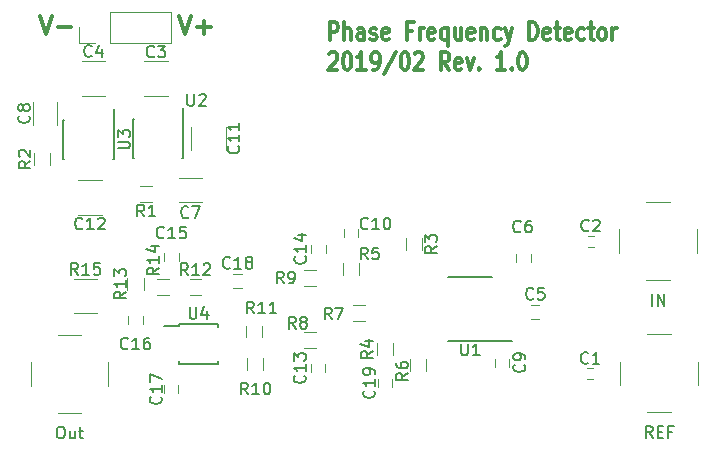
<source format=gbr>
G04 #@! TF.FileFunction,Legend,Top*
%FSLAX46Y46*%
G04 Gerber Fmt 4.6, Leading zero omitted, Abs format (unit mm)*
G04 Created by KiCad (PCBNEW 4.0.6) date 02/20/19 11:59:32*
%MOMM*%
%LPD*%
G01*
G04 APERTURE LIST*
%ADD10C,0.100000*%
%ADD11C,0.300000*%
%ADD12C,0.120000*%
%ADD13C,0.150000*%
G04 APERTURE END LIST*
D10*
D11*
X118297619Y-54267571D02*
X118297619Y-52767571D01*
X118773810Y-52767571D01*
X118892857Y-52839000D01*
X118952381Y-52910429D01*
X119011905Y-53053286D01*
X119011905Y-53267571D01*
X118952381Y-53410429D01*
X118892857Y-53481857D01*
X118773810Y-53553286D01*
X118297619Y-53553286D01*
X119547619Y-54267571D02*
X119547619Y-52767571D01*
X120083333Y-54267571D02*
X120083333Y-53481857D01*
X120023810Y-53339000D01*
X119904762Y-53267571D01*
X119726190Y-53267571D01*
X119607143Y-53339000D01*
X119547619Y-53410429D01*
X121214285Y-54267571D02*
X121214285Y-53481857D01*
X121154762Y-53339000D01*
X121035714Y-53267571D01*
X120797619Y-53267571D01*
X120678571Y-53339000D01*
X121214285Y-54196143D02*
X121095238Y-54267571D01*
X120797619Y-54267571D01*
X120678571Y-54196143D01*
X120619047Y-54053286D01*
X120619047Y-53910429D01*
X120678571Y-53767571D01*
X120797619Y-53696143D01*
X121095238Y-53696143D01*
X121214285Y-53624714D01*
X121749999Y-54196143D02*
X121869047Y-54267571D01*
X122107142Y-54267571D01*
X122226190Y-54196143D01*
X122285714Y-54053286D01*
X122285714Y-53981857D01*
X122226190Y-53839000D01*
X122107142Y-53767571D01*
X121928571Y-53767571D01*
X121809523Y-53696143D01*
X121749999Y-53553286D01*
X121749999Y-53481857D01*
X121809523Y-53339000D01*
X121928571Y-53267571D01*
X122107142Y-53267571D01*
X122226190Y-53339000D01*
X123297619Y-54196143D02*
X123178571Y-54267571D01*
X122940476Y-54267571D01*
X122821428Y-54196143D01*
X122761904Y-54053286D01*
X122761904Y-53481857D01*
X122821428Y-53339000D01*
X122940476Y-53267571D01*
X123178571Y-53267571D01*
X123297619Y-53339000D01*
X123357142Y-53481857D01*
X123357142Y-53624714D01*
X122761904Y-53767571D01*
X125261905Y-53481857D02*
X124845238Y-53481857D01*
X124845238Y-54267571D02*
X124845238Y-52767571D01*
X125440476Y-52767571D01*
X125916667Y-54267571D02*
X125916667Y-53267571D01*
X125916667Y-53553286D02*
X125976191Y-53410429D01*
X126035715Y-53339000D01*
X126154762Y-53267571D01*
X126273810Y-53267571D01*
X127166668Y-54196143D02*
X127047620Y-54267571D01*
X126809525Y-54267571D01*
X126690477Y-54196143D01*
X126630953Y-54053286D01*
X126630953Y-53481857D01*
X126690477Y-53339000D01*
X126809525Y-53267571D01*
X127047620Y-53267571D01*
X127166668Y-53339000D01*
X127226191Y-53481857D01*
X127226191Y-53624714D01*
X126630953Y-53767571D01*
X128297620Y-53267571D02*
X128297620Y-54767571D01*
X128297620Y-54196143D02*
X128178573Y-54267571D01*
X127940477Y-54267571D01*
X127821430Y-54196143D01*
X127761906Y-54124714D01*
X127702382Y-53981857D01*
X127702382Y-53553286D01*
X127761906Y-53410429D01*
X127821430Y-53339000D01*
X127940477Y-53267571D01*
X128178573Y-53267571D01*
X128297620Y-53339000D01*
X129428572Y-53267571D02*
X129428572Y-54267571D01*
X128892858Y-53267571D02*
X128892858Y-54053286D01*
X128952382Y-54196143D01*
X129071429Y-54267571D01*
X129250001Y-54267571D01*
X129369049Y-54196143D01*
X129428572Y-54124714D01*
X130500001Y-54196143D02*
X130380953Y-54267571D01*
X130142858Y-54267571D01*
X130023810Y-54196143D01*
X129964286Y-54053286D01*
X129964286Y-53481857D01*
X130023810Y-53339000D01*
X130142858Y-53267571D01*
X130380953Y-53267571D01*
X130500001Y-53339000D01*
X130559524Y-53481857D01*
X130559524Y-53624714D01*
X129964286Y-53767571D01*
X131095239Y-53267571D02*
X131095239Y-54267571D01*
X131095239Y-53410429D02*
X131154763Y-53339000D01*
X131273810Y-53267571D01*
X131452382Y-53267571D01*
X131571430Y-53339000D01*
X131630953Y-53481857D01*
X131630953Y-54267571D01*
X132761905Y-54196143D02*
X132642858Y-54267571D01*
X132404762Y-54267571D01*
X132285715Y-54196143D01*
X132226191Y-54124714D01*
X132166667Y-53981857D01*
X132166667Y-53553286D01*
X132226191Y-53410429D01*
X132285715Y-53339000D01*
X132404762Y-53267571D01*
X132642858Y-53267571D01*
X132761905Y-53339000D01*
X133178572Y-53267571D02*
X133476191Y-54267571D01*
X133773811Y-53267571D02*
X133476191Y-54267571D01*
X133357144Y-54624714D01*
X133297620Y-54696143D01*
X133178572Y-54767571D01*
X135202382Y-54267571D02*
X135202382Y-52767571D01*
X135500001Y-52767571D01*
X135678573Y-52839000D01*
X135797620Y-52981857D01*
X135857144Y-53124714D01*
X135916668Y-53410429D01*
X135916668Y-53624714D01*
X135857144Y-53910429D01*
X135797620Y-54053286D01*
X135678573Y-54196143D01*
X135500001Y-54267571D01*
X135202382Y-54267571D01*
X136928573Y-54196143D02*
X136809525Y-54267571D01*
X136571430Y-54267571D01*
X136452382Y-54196143D01*
X136392858Y-54053286D01*
X136392858Y-53481857D01*
X136452382Y-53339000D01*
X136571430Y-53267571D01*
X136809525Y-53267571D01*
X136928573Y-53339000D01*
X136988096Y-53481857D01*
X136988096Y-53624714D01*
X136392858Y-53767571D01*
X137345240Y-53267571D02*
X137821430Y-53267571D01*
X137523811Y-52767571D02*
X137523811Y-54053286D01*
X137583335Y-54196143D01*
X137702382Y-54267571D01*
X137821430Y-54267571D01*
X138714288Y-54196143D02*
X138595240Y-54267571D01*
X138357145Y-54267571D01*
X138238097Y-54196143D01*
X138178573Y-54053286D01*
X138178573Y-53481857D01*
X138238097Y-53339000D01*
X138357145Y-53267571D01*
X138595240Y-53267571D01*
X138714288Y-53339000D01*
X138773811Y-53481857D01*
X138773811Y-53624714D01*
X138178573Y-53767571D01*
X139845240Y-54196143D02*
X139726193Y-54267571D01*
X139488097Y-54267571D01*
X139369050Y-54196143D01*
X139309526Y-54124714D01*
X139250002Y-53981857D01*
X139250002Y-53553286D01*
X139309526Y-53410429D01*
X139369050Y-53339000D01*
X139488097Y-53267571D01*
X139726193Y-53267571D01*
X139845240Y-53339000D01*
X140202384Y-53267571D02*
X140678574Y-53267571D01*
X140380955Y-52767571D02*
X140380955Y-54053286D01*
X140440479Y-54196143D01*
X140559526Y-54267571D01*
X140678574Y-54267571D01*
X141273812Y-54267571D02*
X141154765Y-54196143D01*
X141095241Y-54124714D01*
X141035717Y-53981857D01*
X141035717Y-53553286D01*
X141095241Y-53410429D01*
X141154765Y-53339000D01*
X141273812Y-53267571D01*
X141452384Y-53267571D01*
X141571432Y-53339000D01*
X141630955Y-53410429D01*
X141690479Y-53553286D01*
X141690479Y-53981857D01*
X141630955Y-54124714D01*
X141571432Y-54196143D01*
X141452384Y-54267571D01*
X141273812Y-54267571D01*
X142226193Y-54267571D02*
X142226193Y-53267571D01*
X142226193Y-53553286D02*
X142285717Y-53410429D01*
X142345241Y-53339000D01*
X142464288Y-53267571D01*
X142583336Y-53267571D01*
X118238095Y-55460429D02*
X118297619Y-55389000D01*
X118416667Y-55317571D01*
X118714286Y-55317571D01*
X118833333Y-55389000D01*
X118892857Y-55460429D01*
X118952381Y-55603286D01*
X118952381Y-55746143D01*
X118892857Y-55960429D01*
X118178571Y-56817571D01*
X118952381Y-56817571D01*
X119726190Y-55317571D02*
X119845238Y-55317571D01*
X119964286Y-55389000D01*
X120023809Y-55460429D01*
X120083333Y-55603286D01*
X120142857Y-55889000D01*
X120142857Y-56246143D01*
X120083333Y-56531857D01*
X120023809Y-56674714D01*
X119964286Y-56746143D01*
X119845238Y-56817571D01*
X119726190Y-56817571D01*
X119607143Y-56746143D01*
X119547619Y-56674714D01*
X119488095Y-56531857D01*
X119428571Y-56246143D01*
X119428571Y-55889000D01*
X119488095Y-55603286D01*
X119547619Y-55460429D01*
X119607143Y-55389000D01*
X119726190Y-55317571D01*
X121333333Y-56817571D02*
X120619047Y-56817571D01*
X120976190Y-56817571D02*
X120976190Y-55317571D01*
X120857142Y-55531857D01*
X120738095Y-55674714D01*
X120619047Y-55746143D01*
X121928571Y-56817571D02*
X122166666Y-56817571D01*
X122285714Y-56746143D01*
X122345238Y-56674714D01*
X122464285Y-56460429D01*
X122523809Y-56174714D01*
X122523809Y-55603286D01*
X122464285Y-55460429D01*
X122404761Y-55389000D01*
X122285714Y-55317571D01*
X122047618Y-55317571D01*
X121928571Y-55389000D01*
X121869047Y-55460429D01*
X121809523Y-55603286D01*
X121809523Y-55960429D01*
X121869047Y-56103286D01*
X121928571Y-56174714D01*
X122047618Y-56246143D01*
X122285714Y-56246143D01*
X122404761Y-56174714D01*
X122464285Y-56103286D01*
X122523809Y-55960429D01*
X123952380Y-55246143D02*
X122880952Y-57174714D01*
X124607142Y-55317571D02*
X124726190Y-55317571D01*
X124845238Y-55389000D01*
X124904761Y-55460429D01*
X124964285Y-55603286D01*
X125023809Y-55889000D01*
X125023809Y-56246143D01*
X124964285Y-56531857D01*
X124904761Y-56674714D01*
X124845238Y-56746143D01*
X124726190Y-56817571D01*
X124607142Y-56817571D01*
X124488095Y-56746143D01*
X124428571Y-56674714D01*
X124369047Y-56531857D01*
X124309523Y-56246143D01*
X124309523Y-55889000D01*
X124369047Y-55603286D01*
X124428571Y-55460429D01*
X124488095Y-55389000D01*
X124607142Y-55317571D01*
X125499999Y-55460429D02*
X125559523Y-55389000D01*
X125678571Y-55317571D01*
X125976190Y-55317571D01*
X126095237Y-55389000D01*
X126154761Y-55460429D01*
X126214285Y-55603286D01*
X126214285Y-55746143D01*
X126154761Y-55960429D01*
X125440475Y-56817571D01*
X126214285Y-56817571D01*
X128416666Y-56817571D02*
X127999999Y-56103286D01*
X127702380Y-56817571D02*
X127702380Y-55317571D01*
X128178571Y-55317571D01*
X128297618Y-55389000D01*
X128357142Y-55460429D01*
X128416666Y-55603286D01*
X128416666Y-55817571D01*
X128357142Y-55960429D01*
X128297618Y-56031857D01*
X128178571Y-56103286D01*
X127702380Y-56103286D01*
X129428571Y-56746143D02*
X129309523Y-56817571D01*
X129071428Y-56817571D01*
X128952380Y-56746143D01*
X128892856Y-56603286D01*
X128892856Y-56031857D01*
X128952380Y-55889000D01*
X129071428Y-55817571D01*
X129309523Y-55817571D01*
X129428571Y-55889000D01*
X129488094Y-56031857D01*
X129488094Y-56174714D01*
X128892856Y-56317571D01*
X129904761Y-55817571D02*
X130202380Y-56817571D01*
X130500000Y-55817571D01*
X130976190Y-56674714D02*
X131035714Y-56746143D01*
X130976190Y-56817571D01*
X130916666Y-56746143D01*
X130976190Y-56674714D01*
X130976190Y-56817571D01*
X133178571Y-56817571D02*
X132464285Y-56817571D01*
X132821428Y-56817571D02*
X132821428Y-55317571D01*
X132702380Y-55531857D01*
X132583333Y-55674714D01*
X132464285Y-55746143D01*
X133714285Y-56674714D02*
X133773809Y-56746143D01*
X133714285Y-56817571D01*
X133654761Y-56746143D01*
X133714285Y-56674714D01*
X133714285Y-56817571D01*
X134547618Y-55317571D02*
X134666666Y-55317571D01*
X134785714Y-55389000D01*
X134845237Y-55460429D01*
X134904761Y-55603286D01*
X134964285Y-55889000D01*
X134964285Y-56246143D01*
X134904761Y-56531857D01*
X134845237Y-56674714D01*
X134785714Y-56746143D01*
X134666666Y-56817571D01*
X134547618Y-56817571D01*
X134428571Y-56746143D01*
X134369047Y-56674714D01*
X134309523Y-56531857D01*
X134249999Y-56246143D01*
X134249999Y-55889000D01*
X134309523Y-55603286D01*
X134369047Y-55460429D01*
X134428571Y-55389000D01*
X134547618Y-55317571D01*
X93771429Y-52278571D02*
X94271429Y-53778571D01*
X94771429Y-52278571D01*
X95271429Y-53207143D02*
X96414286Y-53207143D01*
X105571429Y-52278571D02*
X106071429Y-53778571D01*
X106571429Y-52278571D01*
X107071429Y-53207143D02*
X108214286Y-53207143D01*
X107642857Y-53778571D02*
X107642857Y-52635714D01*
D12*
X140600000Y-82030000D02*
X140100000Y-82030000D01*
X140100000Y-82970000D02*
X140600000Y-82970000D01*
X140650000Y-70830000D02*
X140150000Y-70830000D01*
X140150000Y-71770000D02*
X140650000Y-71770000D01*
X102600000Y-58980000D02*
X104600000Y-58980000D01*
X104600000Y-56020000D02*
X102600000Y-56020000D01*
X99300000Y-56020000D02*
X97300000Y-56020000D01*
X97300000Y-58980000D02*
X99300000Y-58980000D01*
X136050000Y-77900000D02*
X135350000Y-77900000D01*
X135350000Y-76700000D02*
X136050000Y-76700000D01*
X135300000Y-72350000D02*
X135300000Y-73050000D01*
X134100000Y-73050000D02*
X134100000Y-72350000D01*
X107500000Y-65980000D02*
X105500000Y-65980000D01*
X105500000Y-68020000D02*
X107500000Y-68020000D01*
X93180000Y-59500000D02*
X93180000Y-61500000D01*
X95220000Y-61500000D02*
X95220000Y-59500000D01*
X132300000Y-81950000D02*
X132300000Y-81250000D01*
X133500000Y-81250000D02*
X133500000Y-81950000D01*
X120700000Y-70250000D02*
X120700000Y-70950000D01*
X119500000Y-70950000D02*
X119500000Y-70250000D01*
X106520000Y-61600000D02*
X106520000Y-63600000D01*
X109480000Y-63600000D02*
X109480000Y-61600000D01*
X97000000Y-69080000D02*
X99000000Y-69080000D01*
X99000000Y-66120000D02*
X97000000Y-66120000D01*
X117900000Y-81700000D02*
X117900000Y-82400000D01*
X116700000Y-82400000D02*
X116700000Y-81700000D01*
X117950000Y-71600000D02*
X117950000Y-72300000D01*
X116750000Y-72300000D02*
X116750000Y-71600000D01*
X105502000Y-72294000D02*
X105502000Y-72994000D01*
X104302000Y-72994000D02*
X104302000Y-72294000D01*
X101254000Y-78328000D02*
X101254000Y-77628000D01*
X102454000Y-77628000D02*
X102454000Y-78328000D01*
X104294000Y-84182000D02*
X104294000Y-83482000D01*
X105494000Y-83482000D02*
X105494000Y-84182000D01*
X110840000Y-75276000D02*
X110140000Y-75276000D01*
X110140000Y-74076000D02*
X110840000Y-74076000D01*
X145200000Y-79200000D02*
X147200000Y-79200000D01*
X145200000Y-85800000D02*
X147200000Y-85800000D01*
X149500000Y-81500000D02*
X149500000Y-83500000D01*
X142900000Y-81500000D02*
X142900000Y-83500000D01*
X145100000Y-68000000D02*
X147100000Y-68000000D01*
X145100000Y-74600000D02*
X147100000Y-74600000D01*
X149400000Y-70300000D02*
X149400000Y-72300000D01*
X142800000Y-70300000D02*
X142800000Y-72300000D01*
X95266000Y-79250000D02*
X97266000Y-79250000D01*
X95266000Y-85850000D02*
X97266000Y-85850000D01*
X99566000Y-81550000D02*
X99566000Y-83550000D01*
X92966000Y-81550000D02*
X92966000Y-83550000D01*
X104830000Y-54530000D02*
X104830000Y-51870000D01*
X99690000Y-54530000D02*
X104830000Y-54530000D01*
X99690000Y-51870000D02*
X104830000Y-51870000D01*
X99690000Y-54530000D02*
X99690000Y-51870000D01*
X98420000Y-54530000D02*
X97090000Y-54530000D01*
X97090000Y-54530000D02*
X97090000Y-53200000D01*
X102250000Y-66620000D02*
X103250000Y-66620000D01*
X103250000Y-67980000D02*
X102250000Y-67980000D01*
X93220000Y-64850000D02*
X93220000Y-63850000D01*
X94580000Y-63850000D02*
X94580000Y-64850000D01*
X124770000Y-72050000D02*
X124770000Y-71050000D01*
X126130000Y-71050000D02*
X126130000Y-72050000D01*
X123630000Y-79950000D02*
X123630000Y-80950000D01*
X122270000Y-80950000D02*
X122270000Y-79950000D01*
X119420000Y-74150000D02*
X119420000Y-73150000D01*
X120780000Y-73150000D02*
X120780000Y-74150000D01*
X126480000Y-81300000D02*
X126480000Y-82300000D01*
X125120000Y-82300000D02*
X125120000Y-81300000D01*
X121300000Y-78030000D02*
X120300000Y-78030000D01*
X120300000Y-76670000D02*
X121300000Y-76670000D01*
X117100000Y-80380000D02*
X116100000Y-80380000D01*
X116100000Y-79020000D02*
X117100000Y-79020000D01*
X117150000Y-75080000D02*
X116150000Y-75080000D01*
X116150000Y-73720000D02*
X117150000Y-73720000D01*
X111270000Y-82200000D02*
X111270000Y-81200000D01*
X112630000Y-81200000D02*
X112630000Y-82200000D01*
X111220000Y-79450000D02*
X111220000Y-78450000D01*
X112580000Y-78450000D02*
X112580000Y-79450000D01*
X107434000Y-75864000D02*
X106434000Y-75864000D01*
X106434000Y-74504000D02*
X107434000Y-74504000D01*
X101174000Y-75442000D02*
X101174000Y-74442000D01*
X102534000Y-74442000D02*
X102534000Y-75442000D01*
X104652000Y-75864000D02*
X103652000Y-75864000D01*
X103652000Y-74504000D02*
X104652000Y-74504000D01*
D13*
X132054300Y-74342500D02*
X128345700Y-74342500D01*
X133725000Y-79742500D02*
X128341400Y-79742500D01*
X105900000Y-64230000D02*
X105835000Y-64230000D01*
X101650000Y-64230000D02*
X101715000Y-64230000D01*
X101650000Y-60980000D02*
X101715000Y-60980000D01*
X105900000Y-60980000D02*
X105900000Y-64230000D01*
X101650000Y-60980000D02*
X101650000Y-64230000D01*
X105900000Y-60980000D02*
X105900000Y-60055000D01*
X100000000Y-64320000D02*
X99935000Y-64320000D01*
X95750000Y-64320000D02*
X95815000Y-64320000D01*
X95750000Y-61070000D02*
X95815000Y-61070000D01*
X100000000Y-61070000D02*
X100000000Y-64320000D01*
X95750000Y-61070000D02*
X95750000Y-64320000D01*
X100000000Y-61070000D02*
X100000000Y-60145000D01*
D12*
X122350000Y-83650000D02*
X122350000Y-82950000D01*
X123550000Y-82950000D02*
X123550000Y-83650000D01*
X98610000Y-77426000D02*
X96610000Y-77426000D01*
X96610000Y-74466000D02*
X98610000Y-74466000D01*
D13*
X105525000Y-78350000D02*
X105525000Y-78525000D01*
X108875000Y-78350000D02*
X108875000Y-78600000D01*
X108875000Y-81700000D02*
X108875000Y-81450000D01*
X105525000Y-81700000D02*
X105525000Y-81450000D01*
X105525000Y-78350000D02*
X108875000Y-78350000D01*
X105525000Y-81700000D02*
X108875000Y-81700000D01*
X105525000Y-78525000D02*
X104275000Y-78525000D01*
X140183334Y-81587143D02*
X140135715Y-81634762D01*
X139992858Y-81682381D01*
X139897620Y-81682381D01*
X139754762Y-81634762D01*
X139659524Y-81539524D01*
X139611905Y-81444286D01*
X139564286Y-81253810D01*
X139564286Y-81110952D01*
X139611905Y-80920476D01*
X139659524Y-80825238D01*
X139754762Y-80730000D01*
X139897620Y-80682381D01*
X139992858Y-80682381D01*
X140135715Y-80730000D01*
X140183334Y-80777619D01*
X141135715Y-81682381D02*
X140564286Y-81682381D01*
X140850000Y-81682381D02*
X140850000Y-80682381D01*
X140754762Y-80825238D01*
X140659524Y-80920476D01*
X140564286Y-80968095D01*
X140233334Y-70387143D02*
X140185715Y-70434762D01*
X140042858Y-70482381D01*
X139947620Y-70482381D01*
X139804762Y-70434762D01*
X139709524Y-70339524D01*
X139661905Y-70244286D01*
X139614286Y-70053810D01*
X139614286Y-69910952D01*
X139661905Y-69720476D01*
X139709524Y-69625238D01*
X139804762Y-69530000D01*
X139947620Y-69482381D01*
X140042858Y-69482381D01*
X140185715Y-69530000D01*
X140233334Y-69577619D01*
X140614286Y-69577619D02*
X140661905Y-69530000D01*
X140757143Y-69482381D01*
X140995239Y-69482381D01*
X141090477Y-69530000D01*
X141138096Y-69577619D01*
X141185715Y-69672857D01*
X141185715Y-69768095D01*
X141138096Y-69910952D01*
X140566667Y-70482381D01*
X141185715Y-70482381D01*
X103433334Y-55657143D02*
X103385715Y-55704762D01*
X103242858Y-55752381D01*
X103147620Y-55752381D01*
X103004762Y-55704762D01*
X102909524Y-55609524D01*
X102861905Y-55514286D01*
X102814286Y-55323810D01*
X102814286Y-55180952D01*
X102861905Y-54990476D01*
X102909524Y-54895238D01*
X103004762Y-54800000D01*
X103147620Y-54752381D01*
X103242858Y-54752381D01*
X103385715Y-54800000D01*
X103433334Y-54847619D01*
X103766667Y-54752381D02*
X104385715Y-54752381D01*
X104052381Y-55133333D01*
X104195239Y-55133333D01*
X104290477Y-55180952D01*
X104338096Y-55228571D01*
X104385715Y-55323810D01*
X104385715Y-55561905D01*
X104338096Y-55657143D01*
X104290477Y-55704762D01*
X104195239Y-55752381D01*
X103909524Y-55752381D01*
X103814286Y-55704762D01*
X103766667Y-55657143D01*
X98133334Y-55607143D02*
X98085715Y-55654762D01*
X97942858Y-55702381D01*
X97847620Y-55702381D01*
X97704762Y-55654762D01*
X97609524Y-55559524D01*
X97561905Y-55464286D01*
X97514286Y-55273810D01*
X97514286Y-55130952D01*
X97561905Y-54940476D01*
X97609524Y-54845238D01*
X97704762Y-54750000D01*
X97847620Y-54702381D01*
X97942858Y-54702381D01*
X98085715Y-54750000D01*
X98133334Y-54797619D01*
X98990477Y-55035714D02*
X98990477Y-55702381D01*
X98752381Y-54654762D02*
X98514286Y-55369048D01*
X99133334Y-55369048D01*
X135533334Y-76157143D02*
X135485715Y-76204762D01*
X135342858Y-76252381D01*
X135247620Y-76252381D01*
X135104762Y-76204762D01*
X135009524Y-76109524D01*
X134961905Y-76014286D01*
X134914286Y-75823810D01*
X134914286Y-75680952D01*
X134961905Y-75490476D01*
X135009524Y-75395238D01*
X135104762Y-75300000D01*
X135247620Y-75252381D01*
X135342858Y-75252381D01*
X135485715Y-75300000D01*
X135533334Y-75347619D01*
X136438096Y-75252381D02*
X135961905Y-75252381D01*
X135914286Y-75728571D01*
X135961905Y-75680952D01*
X136057143Y-75633333D01*
X136295239Y-75633333D01*
X136390477Y-75680952D01*
X136438096Y-75728571D01*
X136485715Y-75823810D01*
X136485715Y-76061905D01*
X136438096Y-76157143D01*
X136390477Y-76204762D01*
X136295239Y-76252381D01*
X136057143Y-76252381D01*
X135961905Y-76204762D01*
X135914286Y-76157143D01*
X134453334Y-70461143D02*
X134405715Y-70508762D01*
X134262858Y-70556381D01*
X134167620Y-70556381D01*
X134024762Y-70508762D01*
X133929524Y-70413524D01*
X133881905Y-70318286D01*
X133834286Y-70127810D01*
X133834286Y-69984952D01*
X133881905Y-69794476D01*
X133929524Y-69699238D01*
X134024762Y-69604000D01*
X134167620Y-69556381D01*
X134262858Y-69556381D01*
X134405715Y-69604000D01*
X134453334Y-69651619D01*
X135310477Y-69556381D02*
X135120000Y-69556381D01*
X135024762Y-69604000D01*
X134977143Y-69651619D01*
X134881905Y-69794476D01*
X134834286Y-69984952D01*
X134834286Y-70365905D01*
X134881905Y-70461143D01*
X134929524Y-70508762D01*
X135024762Y-70556381D01*
X135215239Y-70556381D01*
X135310477Y-70508762D01*
X135358096Y-70461143D01*
X135405715Y-70365905D01*
X135405715Y-70127810D01*
X135358096Y-70032571D01*
X135310477Y-69984952D01*
X135215239Y-69937333D01*
X135024762Y-69937333D01*
X134929524Y-69984952D01*
X134881905Y-70032571D01*
X134834286Y-70127810D01*
X106333334Y-69257143D02*
X106285715Y-69304762D01*
X106142858Y-69352381D01*
X106047620Y-69352381D01*
X105904762Y-69304762D01*
X105809524Y-69209524D01*
X105761905Y-69114286D01*
X105714286Y-68923810D01*
X105714286Y-68780952D01*
X105761905Y-68590476D01*
X105809524Y-68495238D01*
X105904762Y-68400000D01*
X106047620Y-68352381D01*
X106142858Y-68352381D01*
X106285715Y-68400000D01*
X106333334Y-68447619D01*
X106666667Y-68352381D02*
X107333334Y-68352381D01*
X106904762Y-69352381D01*
X92807143Y-60666666D02*
X92854762Y-60714285D01*
X92902381Y-60857142D01*
X92902381Y-60952380D01*
X92854762Y-61095238D01*
X92759524Y-61190476D01*
X92664286Y-61238095D01*
X92473810Y-61285714D01*
X92330952Y-61285714D01*
X92140476Y-61238095D01*
X92045238Y-61190476D01*
X91950000Y-61095238D01*
X91902381Y-60952380D01*
X91902381Y-60857142D01*
X91950000Y-60714285D01*
X91997619Y-60666666D01*
X92330952Y-60095238D02*
X92283333Y-60190476D01*
X92235714Y-60238095D01*
X92140476Y-60285714D01*
X92092857Y-60285714D01*
X91997619Y-60238095D01*
X91950000Y-60190476D01*
X91902381Y-60095238D01*
X91902381Y-59904761D01*
X91950000Y-59809523D01*
X91997619Y-59761904D01*
X92092857Y-59714285D01*
X92140476Y-59714285D01*
X92235714Y-59761904D01*
X92283333Y-59809523D01*
X92330952Y-59904761D01*
X92330952Y-60095238D01*
X92378571Y-60190476D01*
X92426190Y-60238095D01*
X92521429Y-60285714D01*
X92711905Y-60285714D01*
X92807143Y-60238095D01*
X92854762Y-60190476D01*
X92902381Y-60095238D01*
X92902381Y-59904761D01*
X92854762Y-59809523D01*
X92807143Y-59761904D01*
X92711905Y-59714285D01*
X92521429Y-59714285D01*
X92426190Y-59761904D01*
X92378571Y-59809523D01*
X92330952Y-59904761D01*
X134757143Y-81766666D02*
X134804762Y-81814285D01*
X134852381Y-81957142D01*
X134852381Y-82052380D01*
X134804762Y-82195238D01*
X134709524Y-82290476D01*
X134614286Y-82338095D01*
X134423810Y-82385714D01*
X134280952Y-82385714D01*
X134090476Y-82338095D01*
X133995238Y-82290476D01*
X133900000Y-82195238D01*
X133852381Y-82052380D01*
X133852381Y-81957142D01*
X133900000Y-81814285D01*
X133947619Y-81766666D01*
X134852381Y-81290476D02*
X134852381Y-81100000D01*
X134804762Y-81004761D01*
X134757143Y-80957142D01*
X134614286Y-80861904D01*
X134423810Y-80814285D01*
X134042857Y-80814285D01*
X133947619Y-80861904D01*
X133900000Y-80909523D01*
X133852381Y-81004761D01*
X133852381Y-81195238D01*
X133900000Y-81290476D01*
X133947619Y-81338095D01*
X134042857Y-81385714D01*
X134280952Y-81385714D01*
X134376190Y-81338095D01*
X134423810Y-81290476D01*
X134471429Y-81195238D01*
X134471429Y-81004761D01*
X134423810Y-80909523D01*
X134376190Y-80861904D01*
X134280952Y-80814285D01*
X121531143Y-70207143D02*
X121483524Y-70254762D01*
X121340667Y-70302381D01*
X121245429Y-70302381D01*
X121102571Y-70254762D01*
X121007333Y-70159524D01*
X120959714Y-70064286D01*
X120912095Y-69873810D01*
X120912095Y-69730952D01*
X120959714Y-69540476D01*
X121007333Y-69445238D01*
X121102571Y-69350000D01*
X121245429Y-69302381D01*
X121340667Y-69302381D01*
X121483524Y-69350000D01*
X121531143Y-69397619D01*
X122483524Y-70302381D02*
X121912095Y-70302381D01*
X122197809Y-70302381D02*
X122197809Y-69302381D01*
X122102571Y-69445238D01*
X122007333Y-69540476D01*
X121912095Y-69588095D01*
X123102571Y-69302381D02*
X123197810Y-69302381D01*
X123293048Y-69350000D01*
X123340667Y-69397619D01*
X123388286Y-69492857D01*
X123435905Y-69683333D01*
X123435905Y-69921429D01*
X123388286Y-70111905D01*
X123340667Y-70207143D01*
X123293048Y-70254762D01*
X123197810Y-70302381D01*
X123102571Y-70302381D01*
X123007333Y-70254762D01*
X122959714Y-70207143D01*
X122912095Y-70111905D01*
X122864476Y-69921429D01*
X122864476Y-69683333D01*
X122912095Y-69492857D01*
X122959714Y-69397619D01*
X123007333Y-69350000D01*
X123102571Y-69302381D01*
X110557143Y-63242857D02*
X110604762Y-63290476D01*
X110652381Y-63433333D01*
X110652381Y-63528571D01*
X110604762Y-63671429D01*
X110509524Y-63766667D01*
X110414286Y-63814286D01*
X110223810Y-63861905D01*
X110080952Y-63861905D01*
X109890476Y-63814286D01*
X109795238Y-63766667D01*
X109700000Y-63671429D01*
X109652381Y-63528571D01*
X109652381Y-63433333D01*
X109700000Y-63290476D01*
X109747619Y-63242857D01*
X110652381Y-62290476D02*
X110652381Y-62861905D01*
X110652381Y-62576191D02*
X109652381Y-62576191D01*
X109795238Y-62671429D01*
X109890476Y-62766667D01*
X109938095Y-62861905D01*
X110652381Y-61338095D02*
X110652381Y-61909524D01*
X110652381Y-61623810D02*
X109652381Y-61623810D01*
X109795238Y-61719048D01*
X109890476Y-61814286D01*
X109938095Y-61909524D01*
X97357143Y-70207143D02*
X97309524Y-70254762D01*
X97166667Y-70302381D01*
X97071429Y-70302381D01*
X96928571Y-70254762D01*
X96833333Y-70159524D01*
X96785714Y-70064286D01*
X96738095Y-69873810D01*
X96738095Y-69730952D01*
X96785714Y-69540476D01*
X96833333Y-69445238D01*
X96928571Y-69350000D01*
X97071429Y-69302381D01*
X97166667Y-69302381D01*
X97309524Y-69350000D01*
X97357143Y-69397619D01*
X98309524Y-70302381D02*
X97738095Y-70302381D01*
X98023809Y-70302381D02*
X98023809Y-69302381D01*
X97928571Y-69445238D01*
X97833333Y-69540476D01*
X97738095Y-69588095D01*
X98690476Y-69397619D02*
X98738095Y-69350000D01*
X98833333Y-69302381D01*
X99071429Y-69302381D01*
X99166667Y-69350000D01*
X99214286Y-69397619D01*
X99261905Y-69492857D01*
X99261905Y-69588095D01*
X99214286Y-69730952D01*
X98642857Y-70302381D01*
X99261905Y-70302381D01*
X116157143Y-82692857D02*
X116204762Y-82740476D01*
X116252381Y-82883333D01*
X116252381Y-82978571D01*
X116204762Y-83121429D01*
X116109524Y-83216667D01*
X116014286Y-83264286D01*
X115823810Y-83311905D01*
X115680952Y-83311905D01*
X115490476Y-83264286D01*
X115395238Y-83216667D01*
X115300000Y-83121429D01*
X115252381Y-82978571D01*
X115252381Y-82883333D01*
X115300000Y-82740476D01*
X115347619Y-82692857D01*
X116252381Y-81740476D02*
X116252381Y-82311905D01*
X116252381Y-82026191D02*
X115252381Y-82026191D01*
X115395238Y-82121429D01*
X115490476Y-82216667D01*
X115538095Y-82311905D01*
X115252381Y-81407143D02*
X115252381Y-80788095D01*
X115633333Y-81121429D01*
X115633333Y-80978571D01*
X115680952Y-80883333D01*
X115728571Y-80835714D01*
X115823810Y-80788095D01*
X116061905Y-80788095D01*
X116157143Y-80835714D01*
X116204762Y-80883333D01*
X116252381Y-80978571D01*
X116252381Y-81264286D01*
X116204762Y-81359524D01*
X116157143Y-81407143D01*
X116207143Y-72592857D02*
X116254762Y-72640476D01*
X116302381Y-72783333D01*
X116302381Y-72878571D01*
X116254762Y-73021429D01*
X116159524Y-73116667D01*
X116064286Y-73164286D01*
X115873810Y-73211905D01*
X115730952Y-73211905D01*
X115540476Y-73164286D01*
X115445238Y-73116667D01*
X115350000Y-73021429D01*
X115302381Y-72878571D01*
X115302381Y-72783333D01*
X115350000Y-72640476D01*
X115397619Y-72592857D01*
X116302381Y-71640476D02*
X116302381Y-72211905D01*
X116302381Y-71926191D02*
X115302381Y-71926191D01*
X115445238Y-72021429D01*
X115540476Y-72116667D01*
X115588095Y-72211905D01*
X115635714Y-70783333D02*
X116302381Y-70783333D01*
X115254762Y-71021429D02*
X115969048Y-71259524D01*
X115969048Y-70640476D01*
X104259143Y-70969143D02*
X104211524Y-71016762D01*
X104068667Y-71064381D01*
X103973429Y-71064381D01*
X103830571Y-71016762D01*
X103735333Y-70921524D01*
X103687714Y-70826286D01*
X103640095Y-70635810D01*
X103640095Y-70492952D01*
X103687714Y-70302476D01*
X103735333Y-70207238D01*
X103830571Y-70112000D01*
X103973429Y-70064381D01*
X104068667Y-70064381D01*
X104211524Y-70112000D01*
X104259143Y-70159619D01*
X105211524Y-71064381D02*
X104640095Y-71064381D01*
X104925809Y-71064381D02*
X104925809Y-70064381D01*
X104830571Y-70207238D01*
X104735333Y-70302476D01*
X104640095Y-70350095D01*
X106116286Y-70064381D02*
X105640095Y-70064381D01*
X105592476Y-70540571D01*
X105640095Y-70492952D01*
X105735333Y-70445333D01*
X105973429Y-70445333D01*
X106068667Y-70492952D01*
X106116286Y-70540571D01*
X106163905Y-70635810D01*
X106163905Y-70873905D01*
X106116286Y-70969143D01*
X106068667Y-71016762D01*
X105973429Y-71064381D01*
X105735333Y-71064381D01*
X105640095Y-71016762D01*
X105592476Y-70969143D01*
X101211143Y-80367143D02*
X101163524Y-80414762D01*
X101020667Y-80462381D01*
X100925429Y-80462381D01*
X100782571Y-80414762D01*
X100687333Y-80319524D01*
X100639714Y-80224286D01*
X100592095Y-80033810D01*
X100592095Y-79890952D01*
X100639714Y-79700476D01*
X100687333Y-79605238D01*
X100782571Y-79510000D01*
X100925429Y-79462381D01*
X101020667Y-79462381D01*
X101163524Y-79510000D01*
X101211143Y-79557619D01*
X102163524Y-80462381D02*
X101592095Y-80462381D01*
X101877809Y-80462381D02*
X101877809Y-79462381D01*
X101782571Y-79605238D01*
X101687333Y-79700476D01*
X101592095Y-79748095D01*
X103020667Y-79462381D02*
X102830190Y-79462381D01*
X102734952Y-79510000D01*
X102687333Y-79557619D01*
X102592095Y-79700476D01*
X102544476Y-79890952D01*
X102544476Y-80271905D01*
X102592095Y-80367143D01*
X102639714Y-80414762D01*
X102734952Y-80462381D01*
X102925429Y-80462381D01*
X103020667Y-80414762D01*
X103068286Y-80367143D01*
X103115905Y-80271905D01*
X103115905Y-80033810D01*
X103068286Y-79938571D01*
X103020667Y-79890952D01*
X102925429Y-79843333D01*
X102734952Y-79843333D01*
X102639714Y-79890952D01*
X102592095Y-79938571D01*
X102544476Y-80033810D01*
X103981143Y-84474857D02*
X104028762Y-84522476D01*
X104076381Y-84665333D01*
X104076381Y-84760571D01*
X104028762Y-84903429D01*
X103933524Y-84998667D01*
X103838286Y-85046286D01*
X103647810Y-85093905D01*
X103504952Y-85093905D01*
X103314476Y-85046286D01*
X103219238Y-84998667D01*
X103124000Y-84903429D01*
X103076381Y-84760571D01*
X103076381Y-84665333D01*
X103124000Y-84522476D01*
X103171619Y-84474857D01*
X104076381Y-83522476D02*
X104076381Y-84093905D01*
X104076381Y-83808191D02*
X103076381Y-83808191D01*
X103219238Y-83903429D01*
X103314476Y-83998667D01*
X103362095Y-84093905D01*
X103076381Y-83189143D02*
X103076381Y-82522476D01*
X104076381Y-82951048D01*
X109847143Y-73533143D02*
X109799524Y-73580762D01*
X109656667Y-73628381D01*
X109561429Y-73628381D01*
X109418571Y-73580762D01*
X109323333Y-73485524D01*
X109275714Y-73390286D01*
X109228095Y-73199810D01*
X109228095Y-73056952D01*
X109275714Y-72866476D01*
X109323333Y-72771238D01*
X109418571Y-72676000D01*
X109561429Y-72628381D01*
X109656667Y-72628381D01*
X109799524Y-72676000D01*
X109847143Y-72723619D01*
X110799524Y-73628381D02*
X110228095Y-73628381D01*
X110513809Y-73628381D02*
X110513809Y-72628381D01*
X110418571Y-72771238D01*
X110323333Y-72866476D01*
X110228095Y-72914095D01*
X111370952Y-73056952D02*
X111275714Y-73009333D01*
X111228095Y-72961714D01*
X111180476Y-72866476D01*
X111180476Y-72818857D01*
X111228095Y-72723619D01*
X111275714Y-72676000D01*
X111370952Y-72628381D01*
X111561429Y-72628381D01*
X111656667Y-72676000D01*
X111704286Y-72723619D01*
X111751905Y-72818857D01*
X111751905Y-72866476D01*
X111704286Y-72961714D01*
X111656667Y-73009333D01*
X111561429Y-73056952D01*
X111370952Y-73056952D01*
X111275714Y-73104571D01*
X111228095Y-73152190D01*
X111180476Y-73247429D01*
X111180476Y-73437905D01*
X111228095Y-73533143D01*
X111275714Y-73580762D01*
X111370952Y-73628381D01*
X111561429Y-73628381D01*
X111656667Y-73580762D01*
X111704286Y-73533143D01*
X111751905Y-73437905D01*
X111751905Y-73247429D01*
X111704286Y-73152190D01*
X111656667Y-73104571D01*
X111561429Y-73056952D01*
X145628572Y-87952381D02*
X145295238Y-87476190D01*
X145057143Y-87952381D02*
X145057143Y-86952381D01*
X145438096Y-86952381D01*
X145533334Y-87000000D01*
X145580953Y-87047619D01*
X145628572Y-87142857D01*
X145628572Y-87285714D01*
X145580953Y-87380952D01*
X145533334Y-87428571D01*
X145438096Y-87476190D01*
X145057143Y-87476190D01*
X146057143Y-87428571D02*
X146390477Y-87428571D01*
X146533334Y-87952381D02*
X146057143Y-87952381D01*
X146057143Y-86952381D01*
X146533334Y-86952381D01*
X147295239Y-87428571D02*
X146961905Y-87428571D01*
X146961905Y-87952381D02*
X146961905Y-86952381D01*
X147438096Y-86952381D01*
X145576191Y-76752381D02*
X145576191Y-75752381D01*
X146052381Y-76752381D02*
X146052381Y-75752381D01*
X146623810Y-76752381D01*
X146623810Y-75752381D01*
X95432666Y-87002381D02*
X95623143Y-87002381D01*
X95718381Y-87050000D01*
X95813619Y-87145238D01*
X95861238Y-87335714D01*
X95861238Y-87669048D01*
X95813619Y-87859524D01*
X95718381Y-87954762D01*
X95623143Y-88002381D01*
X95432666Y-88002381D01*
X95337428Y-87954762D01*
X95242190Y-87859524D01*
X95194571Y-87669048D01*
X95194571Y-87335714D01*
X95242190Y-87145238D01*
X95337428Y-87050000D01*
X95432666Y-87002381D01*
X96718381Y-87335714D02*
X96718381Y-88002381D01*
X96289809Y-87335714D02*
X96289809Y-87859524D01*
X96337428Y-87954762D01*
X96432666Y-88002381D01*
X96575524Y-88002381D01*
X96670762Y-87954762D01*
X96718381Y-87907143D01*
X97051714Y-87335714D02*
X97432666Y-87335714D01*
X97194571Y-87002381D02*
X97194571Y-87859524D01*
X97242190Y-87954762D01*
X97337428Y-88002381D01*
X97432666Y-88002381D01*
X102583334Y-69202381D02*
X102250000Y-68726190D01*
X102011905Y-69202381D02*
X102011905Y-68202381D01*
X102392858Y-68202381D01*
X102488096Y-68250000D01*
X102535715Y-68297619D01*
X102583334Y-68392857D01*
X102583334Y-68535714D01*
X102535715Y-68630952D01*
X102488096Y-68678571D01*
X102392858Y-68726190D01*
X102011905Y-68726190D01*
X103535715Y-69202381D02*
X102964286Y-69202381D01*
X103250000Y-69202381D02*
X103250000Y-68202381D01*
X103154762Y-68345238D01*
X103059524Y-68440476D01*
X102964286Y-68488095D01*
X92952381Y-64516666D02*
X92476190Y-64850000D01*
X92952381Y-65088095D02*
X91952381Y-65088095D01*
X91952381Y-64707142D01*
X92000000Y-64611904D01*
X92047619Y-64564285D01*
X92142857Y-64516666D01*
X92285714Y-64516666D01*
X92380952Y-64564285D01*
X92428571Y-64611904D01*
X92476190Y-64707142D01*
X92476190Y-65088095D01*
X92047619Y-64135714D02*
X92000000Y-64088095D01*
X91952381Y-63992857D01*
X91952381Y-63754761D01*
X92000000Y-63659523D01*
X92047619Y-63611904D01*
X92142857Y-63564285D01*
X92238095Y-63564285D01*
X92380952Y-63611904D01*
X92952381Y-64183333D01*
X92952381Y-63564285D01*
X127352381Y-71716666D02*
X126876190Y-72050000D01*
X127352381Y-72288095D02*
X126352381Y-72288095D01*
X126352381Y-71907142D01*
X126400000Y-71811904D01*
X126447619Y-71764285D01*
X126542857Y-71716666D01*
X126685714Y-71716666D01*
X126780952Y-71764285D01*
X126828571Y-71811904D01*
X126876190Y-71907142D01*
X126876190Y-72288095D01*
X126352381Y-71383333D02*
X126352381Y-70764285D01*
X126733333Y-71097619D01*
X126733333Y-70954761D01*
X126780952Y-70859523D01*
X126828571Y-70811904D01*
X126923810Y-70764285D01*
X127161905Y-70764285D01*
X127257143Y-70811904D01*
X127304762Y-70859523D01*
X127352381Y-70954761D01*
X127352381Y-71240476D01*
X127304762Y-71335714D01*
X127257143Y-71383333D01*
X121952381Y-80616666D02*
X121476190Y-80950000D01*
X121952381Y-81188095D02*
X120952381Y-81188095D01*
X120952381Y-80807142D01*
X121000000Y-80711904D01*
X121047619Y-80664285D01*
X121142857Y-80616666D01*
X121285714Y-80616666D01*
X121380952Y-80664285D01*
X121428571Y-80711904D01*
X121476190Y-80807142D01*
X121476190Y-81188095D01*
X121285714Y-79759523D02*
X121952381Y-79759523D01*
X120904762Y-79997619D02*
X121619048Y-80235714D01*
X121619048Y-79616666D01*
X121499334Y-72842381D02*
X121166000Y-72366190D01*
X120927905Y-72842381D02*
X120927905Y-71842381D01*
X121308858Y-71842381D01*
X121404096Y-71890000D01*
X121451715Y-71937619D01*
X121499334Y-72032857D01*
X121499334Y-72175714D01*
X121451715Y-72270952D01*
X121404096Y-72318571D01*
X121308858Y-72366190D01*
X120927905Y-72366190D01*
X122404096Y-71842381D02*
X121927905Y-71842381D01*
X121880286Y-72318571D01*
X121927905Y-72270952D01*
X122023143Y-72223333D01*
X122261239Y-72223333D01*
X122356477Y-72270952D01*
X122404096Y-72318571D01*
X122451715Y-72413810D01*
X122451715Y-72651905D01*
X122404096Y-72747143D01*
X122356477Y-72794762D01*
X122261239Y-72842381D01*
X122023143Y-72842381D01*
X121927905Y-72794762D01*
X121880286Y-72747143D01*
X124912381Y-82462666D02*
X124436190Y-82796000D01*
X124912381Y-83034095D02*
X123912381Y-83034095D01*
X123912381Y-82653142D01*
X123960000Y-82557904D01*
X124007619Y-82510285D01*
X124102857Y-82462666D01*
X124245714Y-82462666D01*
X124340952Y-82510285D01*
X124388571Y-82557904D01*
X124436190Y-82653142D01*
X124436190Y-83034095D01*
X123912381Y-81605523D02*
X123912381Y-81796000D01*
X123960000Y-81891238D01*
X124007619Y-81938857D01*
X124150476Y-82034095D01*
X124340952Y-82081714D01*
X124721905Y-82081714D01*
X124817143Y-82034095D01*
X124864762Y-81986476D01*
X124912381Y-81891238D01*
X124912381Y-81700761D01*
X124864762Y-81605523D01*
X124817143Y-81557904D01*
X124721905Y-81510285D01*
X124483810Y-81510285D01*
X124388571Y-81557904D01*
X124340952Y-81605523D01*
X124293333Y-81700761D01*
X124293333Y-81891238D01*
X124340952Y-81986476D01*
X124388571Y-82034095D01*
X124483810Y-82081714D01*
X118451334Y-77922381D02*
X118118000Y-77446190D01*
X117879905Y-77922381D02*
X117879905Y-76922381D01*
X118260858Y-76922381D01*
X118356096Y-76970000D01*
X118403715Y-77017619D01*
X118451334Y-77112857D01*
X118451334Y-77255714D01*
X118403715Y-77350952D01*
X118356096Y-77398571D01*
X118260858Y-77446190D01*
X117879905Y-77446190D01*
X118784667Y-76922381D02*
X119451334Y-76922381D01*
X119022762Y-77922381D01*
X115403334Y-78702381D02*
X115070000Y-78226190D01*
X114831905Y-78702381D02*
X114831905Y-77702381D01*
X115212858Y-77702381D01*
X115308096Y-77750000D01*
X115355715Y-77797619D01*
X115403334Y-77892857D01*
X115403334Y-78035714D01*
X115355715Y-78130952D01*
X115308096Y-78178571D01*
X115212858Y-78226190D01*
X114831905Y-78226190D01*
X115974762Y-78130952D02*
X115879524Y-78083333D01*
X115831905Y-78035714D01*
X115784286Y-77940476D01*
X115784286Y-77892857D01*
X115831905Y-77797619D01*
X115879524Y-77750000D01*
X115974762Y-77702381D01*
X116165239Y-77702381D01*
X116260477Y-77750000D01*
X116308096Y-77797619D01*
X116355715Y-77892857D01*
X116355715Y-77940476D01*
X116308096Y-78035714D01*
X116260477Y-78083333D01*
X116165239Y-78130952D01*
X115974762Y-78130952D01*
X115879524Y-78178571D01*
X115831905Y-78226190D01*
X115784286Y-78321429D01*
X115784286Y-78511905D01*
X115831905Y-78607143D01*
X115879524Y-78654762D01*
X115974762Y-78702381D01*
X116165239Y-78702381D01*
X116260477Y-78654762D01*
X116308096Y-78607143D01*
X116355715Y-78511905D01*
X116355715Y-78321429D01*
X116308096Y-78226190D01*
X116260477Y-78178571D01*
X116165239Y-78130952D01*
X114387334Y-74874381D02*
X114054000Y-74398190D01*
X113815905Y-74874381D02*
X113815905Y-73874381D01*
X114196858Y-73874381D01*
X114292096Y-73922000D01*
X114339715Y-73969619D01*
X114387334Y-74064857D01*
X114387334Y-74207714D01*
X114339715Y-74302952D01*
X114292096Y-74350571D01*
X114196858Y-74398190D01*
X113815905Y-74398190D01*
X114863524Y-74874381D02*
X115054000Y-74874381D01*
X115149239Y-74826762D01*
X115196858Y-74779143D01*
X115292096Y-74636286D01*
X115339715Y-74445810D01*
X115339715Y-74064857D01*
X115292096Y-73969619D01*
X115244477Y-73922000D01*
X115149239Y-73874381D01*
X114958762Y-73874381D01*
X114863524Y-73922000D01*
X114815905Y-73969619D01*
X114768286Y-74064857D01*
X114768286Y-74302952D01*
X114815905Y-74398190D01*
X114863524Y-74445810D01*
X114958762Y-74493429D01*
X115149239Y-74493429D01*
X115244477Y-74445810D01*
X115292096Y-74398190D01*
X115339715Y-74302952D01*
X111371143Y-84272381D02*
X111037809Y-83796190D01*
X110799714Y-84272381D02*
X110799714Y-83272381D01*
X111180667Y-83272381D01*
X111275905Y-83320000D01*
X111323524Y-83367619D01*
X111371143Y-83462857D01*
X111371143Y-83605714D01*
X111323524Y-83700952D01*
X111275905Y-83748571D01*
X111180667Y-83796190D01*
X110799714Y-83796190D01*
X112323524Y-84272381D02*
X111752095Y-84272381D01*
X112037809Y-84272381D02*
X112037809Y-83272381D01*
X111942571Y-83415238D01*
X111847333Y-83510476D01*
X111752095Y-83558095D01*
X112942571Y-83272381D02*
X113037810Y-83272381D01*
X113133048Y-83320000D01*
X113180667Y-83367619D01*
X113228286Y-83462857D01*
X113275905Y-83653333D01*
X113275905Y-83891429D01*
X113228286Y-84081905D01*
X113180667Y-84177143D01*
X113133048Y-84224762D01*
X113037810Y-84272381D01*
X112942571Y-84272381D01*
X112847333Y-84224762D01*
X112799714Y-84177143D01*
X112752095Y-84081905D01*
X112704476Y-83891429D01*
X112704476Y-83653333D01*
X112752095Y-83462857D01*
X112799714Y-83367619D01*
X112847333Y-83320000D01*
X112942571Y-83272381D01*
X111879143Y-77414381D02*
X111545809Y-76938190D01*
X111307714Y-77414381D02*
X111307714Y-76414381D01*
X111688667Y-76414381D01*
X111783905Y-76462000D01*
X111831524Y-76509619D01*
X111879143Y-76604857D01*
X111879143Y-76747714D01*
X111831524Y-76842952D01*
X111783905Y-76890571D01*
X111688667Y-76938190D01*
X111307714Y-76938190D01*
X112831524Y-77414381D02*
X112260095Y-77414381D01*
X112545809Y-77414381D02*
X112545809Y-76414381D01*
X112450571Y-76557238D01*
X112355333Y-76652476D01*
X112260095Y-76700095D01*
X113783905Y-77414381D02*
X113212476Y-77414381D01*
X113498190Y-77414381D02*
X113498190Y-76414381D01*
X113402952Y-76557238D01*
X113307714Y-76652476D01*
X113212476Y-76700095D01*
X106291143Y-74186381D02*
X105957809Y-73710190D01*
X105719714Y-74186381D02*
X105719714Y-73186381D01*
X106100667Y-73186381D01*
X106195905Y-73234000D01*
X106243524Y-73281619D01*
X106291143Y-73376857D01*
X106291143Y-73519714D01*
X106243524Y-73614952D01*
X106195905Y-73662571D01*
X106100667Y-73710190D01*
X105719714Y-73710190D01*
X107243524Y-74186381D02*
X106672095Y-74186381D01*
X106957809Y-74186381D02*
X106957809Y-73186381D01*
X106862571Y-73329238D01*
X106767333Y-73424476D01*
X106672095Y-73472095D01*
X107624476Y-73281619D02*
X107672095Y-73234000D01*
X107767333Y-73186381D01*
X108005429Y-73186381D01*
X108100667Y-73234000D01*
X108148286Y-73281619D01*
X108195905Y-73376857D01*
X108195905Y-73472095D01*
X108148286Y-73614952D01*
X107576857Y-74186381D01*
X108195905Y-74186381D01*
X101036381Y-75572857D02*
X100560190Y-75906191D01*
X101036381Y-76144286D02*
X100036381Y-76144286D01*
X100036381Y-75763333D01*
X100084000Y-75668095D01*
X100131619Y-75620476D01*
X100226857Y-75572857D01*
X100369714Y-75572857D01*
X100464952Y-75620476D01*
X100512571Y-75668095D01*
X100560190Y-75763333D01*
X100560190Y-76144286D01*
X101036381Y-74620476D02*
X101036381Y-75191905D01*
X101036381Y-74906191D02*
X100036381Y-74906191D01*
X100179238Y-75001429D01*
X100274476Y-75096667D01*
X100322095Y-75191905D01*
X100036381Y-74287143D02*
X100036381Y-73668095D01*
X100417333Y-74001429D01*
X100417333Y-73858571D01*
X100464952Y-73763333D01*
X100512571Y-73715714D01*
X100607810Y-73668095D01*
X100845905Y-73668095D01*
X100941143Y-73715714D01*
X100988762Y-73763333D01*
X101036381Y-73858571D01*
X101036381Y-74144286D01*
X100988762Y-74239524D01*
X100941143Y-74287143D01*
X103830381Y-73540857D02*
X103354190Y-73874191D01*
X103830381Y-74112286D02*
X102830381Y-74112286D01*
X102830381Y-73731333D01*
X102878000Y-73636095D01*
X102925619Y-73588476D01*
X103020857Y-73540857D01*
X103163714Y-73540857D01*
X103258952Y-73588476D01*
X103306571Y-73636095D01*
X103354190Y-73731333D01*
X103354190Y-74112286D01*
X103830381Y-72588476D02*
X103830381Y-73159905D01*
X103830381Y-72874191D02*
X102830381Y-72874191D01*
X102973238Y-72969429D01*
X103068476Y-73064667D01*
X103116095Y-73159905D01*
X103163714Y-71731333D02*
X103830381Y-71731333D01*
X102782762Y-71969429D02*
X103497048Y-72207524D01*
X103497048Y-71588476D01*
X129438095Y-79969881D02*
X129438095Y-80779405D01*
X129485714Y-80874643D01*
X129533333Y-80922262D01*
X129628571Y-80969881D01*
X129819048Y-80969881D01*
X129914286Y-80922262D01*
X129961905Y-80874643D01*
X130009524Y-80779405D01*
X130009524Y-79969881D01*
X131009524Y-80969881D02*
X130438095Y-80969881D01*
X130723809Y-80969881D02*
X130723809Y-79969881D01*
X130628571Y-80112738D01*
X130533333Y-80207976D01*
X130438095Y-80255595D01*
X106238095Y-58852381D02*
X106238095Y-59661905D01*
X106285714Y-59757143D01*
X106333333Y-59804762D01*
X106428571Y-59852381D01*
X106619048Y-59852381D01*
X106714286Y-59804762D01*
X106761905Y-59757143D01*
X106809524Y-59661905D01*
X106809524Y-58852381D01*
X107238095Y-58947619D02*
X107285714Y-58900000D01*
X107380952Y-58852381D01*
X107619048Y-58852381D01*
X107714286Y-58900000D01*
X107761905Y-58947619D01*
X107809524Y-59042857D01*
X107809524Y-59138095D01*
X107761905Y-59280952D01*
X107190476Y-59852381D01*
X107809524Y-59852381D01*
X100377381Y-63456905D02*
X101186905Y-63456905D01*
X101282143Y-63409286D01*
X101329762Y-63361667D01*
X101377381Y-63266429D01*
X101377381Y-63075952D01*
X101329762Y-62980714D01*
X101282143Y-62933095D01*
X101186905Y-62885476D01*
X100377381Y-62885476D01*
X100377381Y-62504524D02*
X100377381Y-61885476D01*
X100758333Y-62218810D01*
X100758333Y-62075952D01*
X100805952Y-61980714D01*
X100853571Y-61933095D01*
X100948810Y-61885476D01*
X101186905Y-61885476D01*
X101282143Y-61933095D01*
X101329762Y-61980714D01*
X101377381Y-62075952D01*
X101377381Y-62361667D01*
X101329762Y-62456905D01*
X101282143Y-62504524D01*
X122023143Y-83954857D02*
X122070762Y-84002476D01*
X122118381Y-84145333D01*
X122118381Y-84240571D01*
X122070762Y-84383429D01*
X121975524Y-84478667D01*
X121880286Y-84526286D01*
X121689810Y-84573905D01*
X121546952Y-84573905D01*
X121356476Y-84526286D01*
X121261238Y-84478667D01*
X121166000Y-84383429D01*
X121118381Y-84240571D01*
X121118381Y-84145333D01*
X121166000Y-84002476D01*
X121213619Y-83954857D01*
X122118381Y-83002476D02*
X122118381Y-83573905D01*
X122118381Y-83288191D02*
X121118381Y-83288191D01*
X121261238Y-83383429D01*
X121356476Y-83478667D01*
X121404095Y-83573905D01*
X122118381Y-82526286D02*
X122118381Y-82335810D01*
X122070762Y-82240571D01*
X122023143Y-82192952D01*
X121880286Y-82097714D01*
X121689810Y-82050095D01*
X121308857Y-82050095D01*
X121213619Y-82097714D01*
X121166000Y-82145333D01*
X121118381Y-82240571D01*
X121118381Y-82431048D01*
X121166000Y-82526286D01*
X121213619Y-82573905D01*
X121308857Y-82621524D01*
X121546952Y-82621524D01*
X121642190Y-82573905D01*
X121689810Y-82526286D01*
X121737429Y-82431048D01*
X121737429Y-82240571D01*
X121689810Y-82145333D01*
X121642190Y-82097714D01*
X121546952Y-82050095D01*
X96967143Y-74148381D02*
X96633809Y-73672190D01*
X96395714Y-74148381D02*
X96395714Y-73148381D01*
X96776667Y-73148381D01*
X96871905Y-73196000D01*
X96919524Y-73243619D01*
X96967143Y-73338857D01*
X96967143Y-73481714D01*
X96919524Y-73576952D01*
X96871905Y-73624571D01*
X96776667Y-73672190D01*
X96395714Y-73672190D01*
X97919524Y-74148381D02*
X97348095Y-74148381D01*
X97633809Y-74148381D02*
X97633809Y-73148381D01*
X97538571Y-73291238D01*
X97443333Y-73386476D01*
X97348095Y-73434095D01*
X98824286Y-73148381D02*
X98348095Y-73148381D01*
X98300476Y-73624571D01*
X98348095Y-73576952D01*
X98443333Y-73529333D01*
X98681429Y-73529333D01*
X98776667Y-73576952D01*
X98824286Y-73624571D01*
X98871905Y-73719810D01*
X98871905Y-73957905D01*
X98824286Y-74053143D01*
X98776667Y-74100762D01*
X98681429Y-74148381D01*
X98443333Y-74148381D01*
X98348095Y-74100762D01*
X98300476Y-74053143D01*
X106438095Y-76877381D02*
X106438095Y-77686905D01*
X106485714Y-77782143D01*
X106533333Y-77829762D01*
X106628571Y-77877381D01*
X106819048Y-77877381D01*
X106914286Y-77829762D01*
X106961905Y-77782143D01*
X107009524Y-77686905D01*
X107009524Y-76877381D01*
X107914286Y-77210714D02*
X107914286Y-77877381D01*
X107676190Y-76829762D02*
X107438095Y-77544048D01*
X108057143Y-77544048D01*
M02*

</source>
